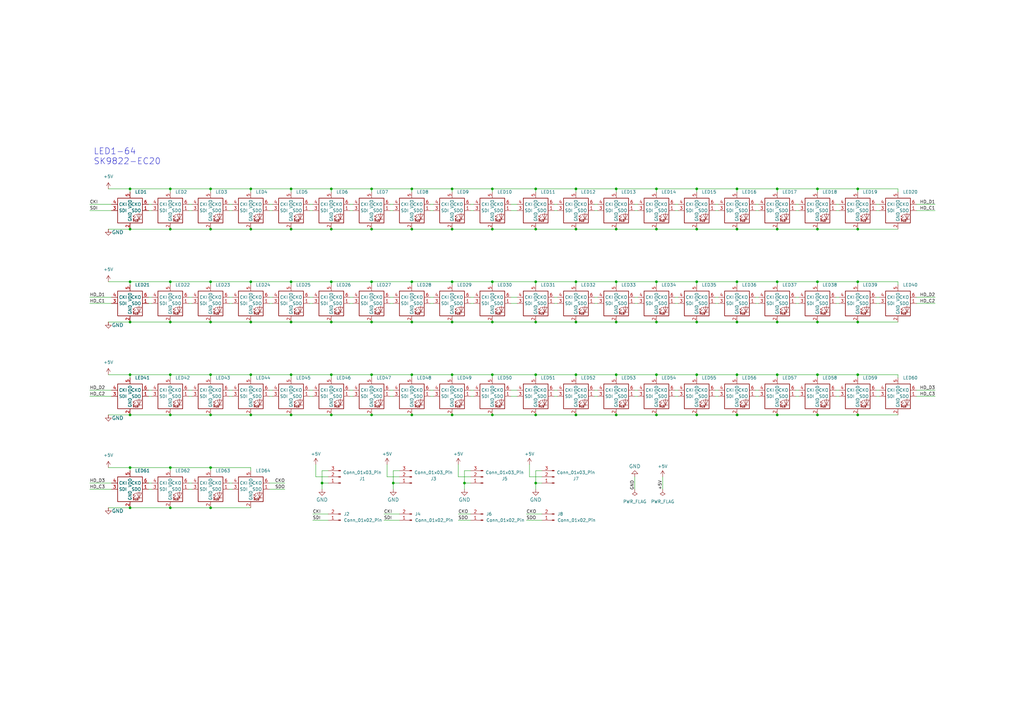
<source format=kicad_sch>
(kicad_sch (version 20231120) (generator "eeschema") (generator_version "8.0")
  (paper "A3")
  (title_block (title "matrix64-sk9822ec20") (company "LIGHTCAFE LAB"))
  (lib_symbols
    (symbol "001-common:GND" (power) (pin_names (offset 1.016))
      (property "Value" "GND" (at -1.905 -3.175 0))
      (symbol "GND_1_0"
        (polyline (pts (xy -1.27 0) (xy 1.27 0)))
        (polyline (pts (xy 0 -1.27) (xy -1.27 0)))
        (polyline (pts (xy 1.27 0) (xy 0 -1.27)))
        (pin power_in line (at 0 1.27 270) (length 1.27) (name "GND") (number "1"))
      )
    )
    (symbol "203-business-card:SK9822-EC20"
      (property "Reference" "LED" (at 5.08 5.715 0))
      (symbol "SK9822-EC20_0_0"
        (text "RGB" (at 2.286 -4.191 0) (effects (font (size 0.762 0.762))))
      )
      (symbol "SK9822-EC20_0_1"
        (polyline (pts (xy 1.27 -3.556) (xy 1.778 -3.556)))
        (polyline (pts (xy 1.27 -2.54) (xy 1.778 -2.54)))
        (polyline (pts (xy 4.699 -3.556) (xy 2.667 -3.556)))
        (polyline (pts (xy 2.286 -2.54) (xy 1.27 -3.556) (xy 1.27 -3.048)))
        (polyline (pts (xy 2.286 -1.524) (xy 1.27 -2.54) (xy 1.27 -2.032)))
        (polyline (pts (xy 3.683 -1.016) (xy 3.683 -3.556) (xy 3.683 -4.064)))
        (polyline (pts (xy 4.699 -1.524) (xy 2.667 -1.524) (xy 3.683 -3.556) (xy 4.699 -1.524)))
        (rectangle (start 5.08 5.08) (end -5.08 -5.08) (stroke (width 0.254)))
      )
      (symbol "SK9822-EC20_1_1"
        (pin output line (at 7.62 0 180) (length 2.54) (name "SDO") (number "1"))
        (pin power_in line (at 0 -7.62 90) (length 2.54) (name "GND") (number "2"))
        (pin input line (at -7.62 0 0) (length 2.54) (name "SDI") (number "3"))
        (pin input line (at -7.62 2.54 0) (length 2.54) (name "CKI") (number "4"))
        (pin power_in line (at 0 7.62 270) (length 2.54) (name "VDD") (number "5"))
        (pin output line (at 7.62 2.54 180) (length 2.54) (name "CKO") (number "6"))
      )
    )
    (symbol "Connector:Conn_01x02_Pin" (pin_names (offset 1.016) hide)
      (property "Reference" "J" (at 0 2.54 0))
      (property "Value" "Conn_01x02_Pin" (at 0 -5.08 0))
      (symbol "Conn_01x02_Pin_1_1"
        (polyline (pts (xy 1.27 -2.54) (xy 0.8636 -2.54)) (stroke (width 0.1524)))
        (polyline (pts (xy 1.27 0) (xy 0.8636 0)) (stroke (width 0.1524)))
        (rectangle (start 0.8636 -2.413) (end 0 -2.667) (stroke (width 0.1524)) (fill (type outline)))
        (rectangle (start 0.8636 0.127) (end 0 -0.127) (stroke (width 0.1524)) (fill (type outline)))
        (pin passive line (at 5.08 0 180) (length 3.81) (name "Pin_1") (number "1"))
        (pin passive line (at 5.08 -2.54 180) (length 3.81) (name "Pin_2") (number "2"))
      )
    )
    (symbol "Connector:Conn_01x03_Pin" (pin_names (offset 1.016) hide)
      (property "Reference" "J" (at 0 5.08 0))
      (property "Value" "Conn_01x03_Pin" (at 0 -5.08 0))
      (symbol "Conn_01x03_Pin_1_1"
        (polyline (pts (xy 1.27 -2.54) (xy 0.8636 -2.54)) (stroke (width 0.1524)))
        (polyline (pts (xy 1.27 0) (xy 0.8636 0)) (stroke (width 0.1524)))
        (polyline (pts (xy 1.27 2.54) (xy 0.8636 2.54)) (stroke (width 0.1524)))
        (rectangle (start 0.8636 -2.413) (end 0 -2.667) (stroke (width 0.1524)) (fill (type outline)))
        (rectangle (start 0.8636 0.127) (end 0 -0.127) (stroke (width 0.1524)) (fill (type outline)))
        (rectangle (start 0.8636 2.667) (end 0 2.413) (stroke (width 0.1524)) (fill (type outline)))
        (pin passive line (at 5.08 2.54 180) (length 3.81) (name "Pin_1") (number "1"))
        (pin passive line (at 5.08 0 180) (length 3.81) (name "Pin_2") (number "2"))
        (pin passive line (at 5.08 -2.54 180) (length 3.81) (name "Pin_3") (number "3"))
      )
    )
    (symbol "power:+5V" (power) (pin_names (offset 0))
      (property "Value" "+5V" (at 0 3.556 0))
      (symbol "+5V_0_1"
        (polyline (pts (xy -0.762 1.27) (xy 0 2.54)))
        (polyline (pts (xy 0 0) (xy 0 2.54)))
        (polyline (pts (xy 0 2.54) (xy 0.762 1.27)))
      )
      (symbol "+5V_1_1"
        (pin power_in line (at 0 0 90) (length 0) hide (name "+5V") (number "1"))
      )
    )
    (symbol "power:PWR_FLAG" (power) (pin_numbers hide) (pin_names (offset 0) hide)
      (property "Value" "PWR_FLAG" (at 0 3.81 0))
      (symbol "PWR_FLAG_0_0"
        (pin power_out line (at 0 0 90) (length 0) (name "~") (number "1"))
      )
      (symbol "PWR_FLAG_0_1"
        (polyline (pts (xy 0 0) (xy 0 1.27) (xy -1.016 1.905) (xy 0 2.54) (xy 1.016 1.905) (xy 0 1.27)))
      )
    )
  )
  (junction (at 152.4 77.47))
  (junction (at 135.89 93.98))
  (junction (at 132.08 198.12))
  (junction (at 86.36 208.28))
  (junction (at 168.91 153.67))
  (junction (at 285.75 170.18))
  (junction (at 53.34 115.57))
  (junction (at 69.85 77.47))
  (junction (at 351.79 93.98))
  (junction (at 168.91 77.47))
  (junction (at 252.73 77.47))
  (junction (at 201.93 93.98))
  (junction (at 69.85 191.77))
  (junction (at 302.26 153.67))
  (junction (at 269.24 132.08))
  (junction (at 252.73 93.98))
  (junction (at 236.22 170.18))
  (junction (at 190.5 198.12))
  (junction (at 53.34 132.08))
  (junction (at 102.87 77.47))
  (junction (at 285.75 115.57))
  (junction (at 152.4 93.98))
  (junction (at 285.75 77.47))
  (junction (at 269.24 115.57))
  (junction (at 252.73 170.18))
  (junction (at 69.85 115.57))
  (junction (at 53.34 191.77))
  (junction (at 135.89 115.57))
  (junction (at 86.36 191.77))
  (junction (at 318.77 132.08))
  (junction (at 119.38 77.47))
  (junction (at 351.79 77.47))
  (junction (at 102.87 170.18))
  (junction (at 219.71 198.12))
  (junction (at 351.79 170.18))
  (junction (at 318.77 115.57))
  (junction (at 86.36 170.18))
  (junction (at 236.22 77.47))
  (junction (at 201.93 77.47))
  (junction (at 285.75 132.08))
  (junction (at 219.71 77.47))
  (junction (at 269.24 93.98))
  (junction (at 53.34 208.28))
  (junction (at 269.24 153.67))
  (junction (at 185.42 132.08))
  (junction (at 86.36 132.08))
  (junction (at 168.91 115.57))
  (junction (at 236.22 115.57))
  (junction (at 236.22 93.98))
  (junction (at 102.87 132.08))
  (junction (at 318.77 153.67))
  (junction (at 119.38 170.18))
  (junction (at 102.87 153.67))
  (junction (at 53.34 77.47))
  (junction (at 219.71 132.08))
  (junction (at 302.26 77.47))
  (junction (at 53.34 93.98))
  (junction (at 185.42 153.67))
  (junction (at 201.93 115.57))
  (junction (at 102.87 115.57))
  (junction (at 152.4 132.08))
  (junction (at 269.24 77.47))
  (junction (at 152.4 170.18))
  (junction (at 86.36 115.57))
  (junction (at 53.34 170.18))
  (junction (at 152.4 115.57))
  (junction (at 69.85 93.98))
  (junction (at 335.28 170.18))
  (junction (at 219.71 93.98))
  (junction (at 252.73 153.67))
  (junction (at 219.71 153.67))
  (junction (at 335.28 93.98))
  (junction (at 236.22 153.67))
  (junction (at 318.77 93.98))
  (junction (at 185.42 77.47))
  (junction (at 135.89 132.08))
  (junction (at 69.85 170.18))
  (junction (at 335.28 153.67))
  (junction (at 201.93 153.67))
  (junction (at 119.38 153.67))
  (junction (at 152.4 153.67))
  (junction (at 302.26 170.18))
  (junction (at 135.89 170.18))
  (junction (at 53.34 153.67))
  (junction (at 86.36 153.67))
  (junction (at 201.93 132.08))
  (junction (at 252.73 132.08))
  (junction (at 135.89 153.67))
  (junction (at 219.71 115.57))
  (junction (at 135.89 77.47))
  (junction (at 236.22 132.08))
  (junction (at 168.91 170.18))
  (junction (at 285.75 153.67))
  (junction (at 119.38 132.08))
  (junction (at 102.87 93.98))
  (junction (at 269.24 170.18))
  (junction (at 351.79 115.57))
  (junction (at 69.85 132.08))
  (junction (at 302.26 132.08))
  (junction (at 318.77 170.18))
  (junction (at 351.79 132.08))
  (junction (at 351.79 153.67))
  (junction (at 69.85 153.67))
  (junction (at 185.42 93.98))
  (junction (at 168.91 132.08))
  (junction (at 335.28 132.08))
  (junction (at 168.91 93.98))
  (junction (at 185.42 115.57))
  (junction (at 201.93 170.18))
  (junction (at 86.36 93.98))
  (junction (at 285.75 93.98))
  (junction (at 302.26 93.98))
  (junction (at 86.36 77.47))
  (junction (at 69.85 208.28))
  (junction (at 219.71 170.18))
  (junction (at 119.38 115.57))
  (junction (at 185.42 170.18))
  (junction (at 318.77 77.47))
  (junction (at 119.38 93.98))
  (junction (at 161.29 198.12))
  (junction (at 252.73 115.57))
  (junction (at 335.28 115.57))
  (junction (at 335.28 77.47))
  (junction (at 302.26 115.57))
  (wire (pts (xy 158.75 190.5) (xy 158.75 195.58)))
  (wire (pts (xy 302.26 116.84) (xy 302.26 115.57)))
  (wire (pts (xy 375.92 160.02) (xy 383.54 160.02)))
  (wire (pts (xy 132.08 198.12) (xy 132.08 200.66)))
  (wire (pts (xy 86.36 93.98) (xy 102.87 93.98)))
  (wire (pts (xy 193.04 193.04) (xy 190.5 193.04)))
  (wire (pts (xy 318.77 153.67) (xy 335.28 153.67)))
  (wire (pts (xy 69.85 78.74) (xy 69.85 77.47)))
  (wire (pts (xy 335.28 154.94) (xy 335.28 153.67)))
  (wire (pts (xy 293.37 162.56) (xy 294.64 162.56)))
  (wire (pts (xy 110.49 198.12) (xy 116.84 198.12)))
  (wire (pts (xy 227.33 86.36) (xy 228.6 86.36)))
  (wire (pts (xy 119.38 116.84) (xy 119.38 115.57)))
  (wire (pts (xy 260.35 160.02) (xy 261.62 160.02)))
  (wire (pts (xy 318.77 77.47) (xy 335.28 77.47)))
  (wire (pts (xy 60.96 86.36) (xy 62.23 86.36)))
  (wire (pts (xy 86.36 132.08) (xy 102.87 132.08)))
  (wire (pts (xy 160.02 83.82) (xy 161.29 83.82)))
  (wire (pts (xy 285.75 116.84) (xy 285.75 115.57)))
  (wire (pts (xy 219.71 198.12) (xy 219.71 200.66)))
  (wire (pts (xy 318.77 170.18) (xy 335.28 170.18)))
  (wire (pts (xy 252.73 93.98) (xy 269.24 93.98)))
  (wire (pts (xy 302.26 93.98) (xy 318.77 93.98)))
  (wire (pts (xy 217.17 190.5) (xy 217.17 195.58)))
  (wire (pts (xy 135.89 170.18) (xy 152.4 170.18)))
  (wire (pts (xy 193.04 210.82) (xy 187.96 210.82)))
  (wire (pts (xy 351.79 78.74) (xy 351.79 77.47)))
  (wire (pts (xy 302.26 77.47) (xy 318.77 77.47)))
  (wire (pts (xy 193.04 162.56) (xy 194.31 162.56)))
  (wire (pts (xy 135.89 115.57) (xy 152.4 115.57)))
  (wire (pts (xy 53.34 77.47) (xy 69.85 77.47)))
  (wire (pts (xy 260.35 86.36) (xy 261.62 86.36)))
  (wire (pts (xy 93.98 162.56) (xy 95.25 162.56)))
  (wire (pts (xy 252.73 78.74) (xy 252.73 77.47)))
  (wire (pts (xy 342.9 121.92) (xy 344.17 121.92)))
  (wire (pts (xy 335.28 115.57) (xy 351.79 115.57)))
  (wire (pts (xy 285.75 78.74) (xy 285.75 77.47)))
  (wire (pts (xy 236.22 93.98) (xy 252.73 93.98)))
  (wire (pts (xy 285.75 115.57) (xy 302.26 115.57)))
  (wire (pts (xy 302.26 154.94) (xy 302.26 153.67)))
  (wire (pts (xy 119.38 154.94) (xy 119.38 153.67)))
  (wire (pts (xy 60.96 121.92) (xy 62.23 121.92)))
  (wire (pts (xy 193.04 213.36) (xy 187.96 213.36)))
  (wire (pts (xy 193.04 124.46) (xy 194.31 124.46)))
  (wire (pts (xy 163.83 210.82) (xy 157.48 210.82)))
  (wire (pts (xy 185.42 115.57) (xy 201.93 115.57)))
  (wire (pts (xy 219.71 116.84) (xy 219.71 115.57)))
  (wire (pts (xy 302.26 115.57) (xy 318.77 115.57)))
  (wire (pts (xy 77.47 198.12) (xy 78.74 198.12)))
  (wire (pts (xy 359.41 160.02) (xy 360.68 160.02)))
  (wire (pts (xy 326.39 160.02) (xy 327.66 160.02)))
  (wire (pts (xy 102.87 116.84) (xy 102.87 115.57)))
  (wire (pts (xy 219.71 154.94) (xy 219.71 153.67)))
  (wire (pts (xy 187.96 190.5) (xy 187.96 195.58)))
  (wire (pts (xy 127 86.36) (xy 128.27 86.36)))
  (wire (pts (xy 293.37 160.02) (xy 294.64 160.02)))
  (wire (pts (xy 53.34 93.98) (xy 69.85 93.98)))
  (wire (pts (xy 143.51 86.36) (xy 144.78 86.36)))
  (wire (pts (xy 219.71 77.47) (xy 236.22 77.47)))
  (wire (pts (xy 342.9 160.02) (xy 344.17 160.02)))
  (wire (pts (xy 110.49 83.82) (xy 111.76 83.82)))
  (wire (pts (xy 135.89 116.84) (xy 135.89 115.57)))
  (wire (pts (xy 368.3 116.84) (xy 368.3 115.57)))
  (wire (pts (xy 163.83 213.36) (xy 157.48 213.36)))
  (wire (pts (xy 351.79 154.94) (xy 351.79 153.67)))
  (wire (pts (xy 260.35 195.58) (xy 260.35 200.66)))
  (wire (pts (xy 45.72 83.82) (xy 36.83 83.82)))
  (wire (pts (xy 134.62 210.82) (xy 128.27 210.82)))
  (wire (pts (xy 318.77 115.57) (xy 335.28 115.57)))
  (wire (pts (xy 236.22 116.84) (xy 236.22 115.57)))
  (wire (pts (xy 36.83 162.56) (xy 45.72 162.56)))
  (wire (pts (xy 119.38 170.18) (xy 135.89 170.18)))
  (wire (pts (xy 69.85 191.77) (xy 86.36 191.77)))
  (wire (pts (xy 236.22 132.08) (xy 252.73 132.08)))
  (wire (pts (xy 176.53 162.56) (xy 177.8 162.56)))
  (wire (pts (xy 160.02 160.02) (xy 161.29 160.02)))
  (wire (pts (xy 326.39 121.92) (xy 327.66 121.92)))
  (wire (pts (xy 269.24 132.08) (xy 285.75 132.08)))
  (wire (pts (xy 351.79 77.47) (xy 368.3 77.47)))
  (wire (pts (xy 219.71 153.67) (xy 236.22 153.67)))
  (wire (pts (xy 135.89 154.94) (xy 135.89 153.67)))
  (wire (pts (xy 69.85 77.47) (xy 86.36 77.47)))
  (wire (pts (xy 176.53 121.92) (xy 177.8 121.92)))
  (wire (pts (xy 209.55 160.02) (xy 212.09 160.02)))
  (wire (pts (xy 219.71 115.57) (xy 236.22 115.57)))
  (wire (pts (xy 77.47 86.36) (xy 78.74 86.36)))
  (wire (pts (xy 176.53 86.36) (xy 177.8 86.36)))
  (wire (pts (xy 209.55 83.82) (xy 212.09 83.82)))
  (wire (pts (xy 318.77 154.94) (xy 318.77 153.67)))
  (wire (pts (xy 260.35 121.92) (xy 261.62 121.92)))
  (wire (pts (xy 293.37 124.46) (xy 294.64 124.46)))
  (wire (pts (xy 119.38 77.47) (xy 135.89 77.47)))
  (wire (pts (xy 359.41 83.82) (xy 360.68 83.82)))
  (wire (pts (xy 152.4 153.67) (xy 168.91 153.67)))
  (wire (pts (xy 152.4 77.47) (xy 168.91 77.47)))
  (wire (pts (xy 110.49 162.56) (xy 111.76 162.56)))
  (wire (pts (xy 135.89 93.98) (xy 152.4 93.98)))
  (wire (pts (xy 53.34 193.04) (xy 53.34 191.77)))
  (wire (pts (xy 185.42 153.67) (xy 201.93 153.67)))
  (wire (pts (xy 86.36 193.04) (xy 86.36 191.77)))
  (wire (pts (xy 135.89 153.67) (xy 152.4 153.67)))
  (wire (pts (xy 302.26 78.74) (xy 302.26 77.47)))
  (wire (pts (xy 102.87 93.98) (xy 119.38 93.98)))
  (wire (pts (xy 152.4 93.98) (xy 168.91 93.98)))
  (wire (pts (xy 236.22 115.57) (xy 252.73 115.57)))
  (wire (pts (xy 236.22 78.74) (xy 236.22 77.47)))
  (wire (pts (xy 209.55 86.36) (xy 212.09 86.36)))
  (wire (pts (xy 143.51 124.46) (xy 144.78 124.46)))
  (wire (pts (xy 269.24 93.98) (xy 285.75 93.98)))
  (wire (pts (xy 285.75 132.08) (xy 302.26 132.08)))
  (wire (pts (xy 243.84 83.82) (xy 245.11 83.82)))
  (wire (pts (xy 53.34 132.08) (xy 69.85 132.08)))
  (wire (pts (xy 36.83 121.92) (xy 45.72 121.92)))
  (wire (pts (xy 77.47 124.46) (xy 78.74 124.46)))
  (wire (pts (xy 368.3 154.94) (xy 368.3 153.67)))
  (wire (pts (xy 236.22 154.94) (xy 236.22 153.67)))
  (wire (pts (xy 93.98 83.82) (xy 95.25 83.82)))
  (wire (pts (xy 193.04 121.92) (xy 194.31 121.92)))
  (wire (pts (xy 53.34 115.57) (xy 69.85 115.57)))
  (wire (pts (xy 53.34 116.84) (xy 53.34 115.57)))
  (wire (pts (xy 276.86 86.36) (xy 278.13 86.36)))
  (wire (pts (xy 285.75 153.67) (xy 302.26 153.67)))
  (wire (pts (xy 69.85 193.04) (xy 69.85 191.77)))
  (wire (pts (xy 102.87 132.08) (xy 119.38 132.08)))
  (wire (pts (xy 269.24 115.57) (xy 285.75 115.57)))
  (wire (pts (xy 93.98 86.36) (xy 95.25 86.36)))
  (wire (pts (xy 285.75 154.94) (xy 285.75 153.67)))
  (wire (pts (xy 201.93 115.57) (xy 219.71 115.57)))
  (wire (pts (xy 252.73 77.47) (xy 269.24 77.47)))
  (wire (pts (xy 318.77 116.84) (xy 318.77 115.57)))
  (wire (pts (xy 243.84 124.46) (xy 245.11 124.46)))
  (wire (pts (xy 132.08 198.12) (xy 134.62 198.12)))
  (wire (pts (xy 152.4 132.08) (xy 168.91 132.08)))
  (wire (pts (xy 86.36 116.84) (xy 86.36 115.57)))
  (wire (pts (xy 190.5 193.04) (xy 190.5 198.12)))
  (wire (pts (xy 201.93 116.84) (xy 201.93 115.57)))
  (wire (pts (xy 44.45 132.08) (xy 53.34 132.08)))
  (wire (pts (xy 102.87 77.47) (xy 119.38 77.47)))
  (wire (pts (xy 168.91 93.98) (xy 185.42 93.98)))
  (wire (pts (xy 102.87 154.94) (xy 102.87 153.67)))
  (wire (pts (xy 276.86 160.02) (xy 278.13 160.02)))
  (wire (pts (xy 302.26 170.18) (xy 318.77 170.18)))
  (wire (pts (xy 243.84 121.92) (xy 245.11 121.92)))
  (wire (pts (xy 119.38 153.67) (xy 135.89 153.67)))
  (wire (pts (xy 160.02 162.56) (xy 161.29 162.56)))
  (wire (pts (xy 285.75 170.18) (xy 302.26 170.18)))
  (wire (pts (xy 143.51 160.02) (xy 144.78 160.02)))
  (wire (pts (xy 86.36 191.77) (xy 102.87 191.77)))
  (wire (pts (xy 119.38 115.57) (xy 135.89 115.57)))
  (wire (pts (xy 342.9 86.36) (xy 344.17 86.36)))
  (wire (pts (xy 222.25 195.58) (xy 217.17 195.58)))
  (wire (pts (xy 293.37 121.92) (xy 294.64 121.92)))
  (wire (pts (xy 309.88 160.02) (xy 311.15 160.02)))
  (wire (pts (xy 318.77 78.74) (xy 318.77 77.47)))
  (wire (pts (xy 222.25 213.36) (xy 215.9 213.36)))
  (wire (pts (xy 302.26 153.67) (xy 318.77 153.67)))
  (wire (pts (xy 168.91 153.67) (xy 185.42 153.67)))
  (wire (pts (xy 342.9 162.56) (xy 344.17 162.56)))
  (wire (pts (xy 152.4 78.74) (xy 152.4 77.47)))
  (wire (pts (xy 69.85 115.57) (xy 86.36 115.57)))
  (wire (pts (xy 219.71 193.04) (xy 219.71 198.12)))
  (wire (pts (xy 168.91 78.74) (xy 168.91 77.47)))
  (wire (pts (xy 69.85 154.94) (xy 69.85 153.67)))
  (wire (pts (xy 209.55 121.92) (xy 212.09 121.92)))
  (wire (pts (xy 309.88 83.82) (xy 311.15 83.82)))
  (wire (pts (xy 134.62 213.36) (xy 128.27 213.36)))
  (wire (pts (xy 168.91 115.57) (xy 185.42 115.57)))
  (wire (pts (xy 201.93 93.98) (xy 219.71 93.98)))
  (wire (pts (xy 209.55 162.56) (xy 212.09 162.56)))
  (wire (pts (xy 276.86 162.56) (xy 278.13 162.56)))
  (wire (pts (xy 93.98 121.92) (xy 95.25 121.92)))
  (wire (pts (xy 44.45 208.28) (xy 53.34 208.28)))
  (wire (pts (xy 60.96 83.82) (xy 62.23 83.82)))
  (wire (pts (xy 335.28 153.67) (xy 351.79 153.67)))
  (wire (pts (xy 227.33 124.46) (xy 228.6 124.46)))
  (wire (pts (xy 119.38 78.74) (xy 119.38 77.47)))
  (wire (pts (xy 93.98 200.66) (xy 95.25 200.66)))
  (wire (pts (xy 45.72 86.36) (xy 36.83 86.36)))
  (wire (pts (xy 135.89 132.08) (xy 152.4 132.08)))
  (wire (pts (xy 160.02 124.46) (xy 161.29 124.46)))
  (wire (pts (xy 152.4 116.84) (xy 152.4 115.57)))
  (wire (pts (xy 102.87 153.67) (xy 119.38 153.67)))
  (wire (pts (xy 86.36 78.74) (xy 86.36 77.47)))
  (wire (pts (xy 69.85 132.08) (xy 86.36 132.08)))
  (wire (pts (xy 127 162.56) (xy 128.27 162.56)))
  (wire (pts (xy 44.45 153.67) (xy 53.34 153.67)))
  (wire (pts (xy 335.28 78.74) (xy 335.28 77.47)))
  (wire (pts (xy 351.79 115.57) (xy 368.3 115.57)))
  (wire (pts (xy 44.45 93.98) (xy 53.34 93.98)))
  (wire (pts (xy 134.62 195.58) (xy 129.54 195.58)))
  (wire (pts (xy 93.98 160.02) (xy 95.25 160.02)))
  (wire (pts (xy 127 83.82) (xy 128.27 83.82)))
  (wire (pts (xy 201.93 154.94) (xy 201.93 153.67)))
  (wire (pts (xy 135.89 77.47) (xy 152.4 77.47)))
  (wire (pts (xy 53.34 153.67) (xy 69.85 153.67)))
  (wire (pts (xy 326.39 162.56) (xy 327.66 162.56)))
  (wire (pts (xy 110.49 200.66) (xy 116.84 200.66)))
  (wire (pts (xy 193.04 83.82) (xy 194.31 83.82)))
  (wire (pts (xy 276.86 124.46) (xy 278.13 124.46)))
  (wire (pts (xy 326.39 83.82) (xy 327.66 83.82)))
  (wire (pts (xy 201.93 77.47) (xy 219.71 77.47)))
  (wire (pts (xy 201.93 170.18) (xy 219.71 170.18)))
  (wire (pts (xy 60.96 198.12) (xy 62.23 198.12)))
  (wire (pts (xy 375.92 124.46) (xy 383.54 124.46)))
  (wire (pts (xy 293.37 83.82) (xy 294.64 83.82)))
  (wire (pts (xy 209.55 124.46) (xy 212.09 124.46)))
  (wire (pts (xy 127 124.46) (xy 128.27 124.46)))
  (wire (pts (xy 160.02 121.92) (xy 161.29 121.92)))
  (wire (pts (xy 243.84 86.36) (xy 245.11 86.36)))
  (wire (pts (xy 326.39 124.46) (xy 327.66 124.46)))
  (wire (pts (xy 44.45 170.18) (xy 53.34 170.18)))
  (wire (pts (xy 190.5 198.12) (xy 193.04 198.12)))
  (wire (pts (xy 110.49 121.92) (xy 111.76 121.92)))
  (wire (pts (xy 252.73 116.84) (xy 252.73 115.57)))
  (wire (pts (xy 335.28 116.84) (xy 335.28 115.57)))
  (wire (pts (xy 129.54 190.5) (xy 129.54 195.58)))
  (wire (pts (xy 227.33 83.82) (xy 228.6 83.82)))
  (wire (pts (xy 176.53 160.02) (xy 177.8 160.02)))
  (wire (pts (xy 60.96 160.02) (xy 62.23 160.02)))
  (wire (pts (xy 335.28 77.47) (xy 351.79 77.47)))
  (wire (pts (xy 359.41 86.36) (xy 360.68 86.36)))
  (wire (pts (xy 60.96 124.46) (xy 62.23 124.46)))
  (wire (pts (xy 176.53 83.82) (xy 177.8 83.82)))
  (wire (pts (xy 351.79 93.98) (xy 368.3 93.98)))
  (wire (pts (xy 219.71 170.18) (xy 236.22 170.18)))
  (wire (pts (xy 201.93 153.67) (xy 219.71 153.67)))
  (wire (pts (xy 219.71 198.12) (xy 222.25 198.12)))
  (wire (pts (xy 36.83 160.02) (xy 45.72 160.02)))
  (wire (pts (xy 269.24 153.67) (xy 285.75 153.67)))
  (wire (pts (xy 185.42 132.08) (xy 201.93 132.08)))
  (wire (pts (xy 77.47 162.56) (xy 78.74 162.56)))
  (wire (pts (xy 276.86 83.82) (xy 278.13 83.82)))
  (wire (pts (xy 135.89 78.74) (xy 135.89 77.47)))
  (wire (pts (xy 127 121.92) (xy 128.27 121.92)))
  (wire (pts (xy 119.38 132.08) (xy 135.89 132.08)))
  (wire (pts (xy 110.49 124.46) (xy 111.76 124.46)))
  (wire (pts (xy 269.24 77.47) (xy 285.75 77.47)))
  (wire (pts (xy 243.84 160.02) (xy 245.11 160.02)))
  (wire (pts (xy 375.92 121.92) (xy 383.54 121.92)))
  (wire (pts (xy 236.22 77.47) (xy 252.73 77.47)))
  (wire (pts (xy 60.96 162.56) (xy 62.23 162.56)))
  (wire (pts (xy 227.33 160.02) (xy 228.6 160.02)))
  (wire (pts (xy 326.39 86.36) (xy 327.66 86.36)))
  (wire (pts (xy 201.93 132.08) (xy 219.71 132.08)))
  (wire (pts (xy 93.98 124.46) (xy 95.25 124.46)))
  (wire (pts (xy 86.36 115.57) (xy 102.87 115.57)))
  (wire (pts (xy 69.85 153.67) (xy 86.36 153.67)))
  (wire (pts (xy 185.42 116.84) (xy 185.42 115.57)))
  (wire (pts (xy 86.36 153.67) (xy 102.87 153.67)))
  (wire (pts (xy 152.4 154.94) (xy 152.4 153.67)))
  (wire (pts (xy 161.29 193.04) (xy 161.29 198.12)))
  (wire (pts (xy 163.83 195.58) (xy 158.75 195.58)))
  (wire (pts (xy 359.41 121.92) (xy 360.68 121.92)))
  (wire (pts (xy 260.35 162.56) (xy 261.62 162.56)))
  (wire (pts (xy 53.34 191.77) (xy 69.85 191.77)))
  (wire (pts (xy 44.45 115.57) (xy 53.34 115.57)))
  (wire (pts (xy 185.42 78.74) (xy 185.42 77.47)))
  (wire (pts (xy 342.9 124.46) (xy 344.17 124.46)))
  (wire (pts (xy 36.83 200.66) (xy 45.72 200.66)))
  (wire (pts (xy 252.73 115.57) (xy 269.24 115.57)))
  (wire (pts (xy 335.28 170.18) (xy 351.79 170.18)))
  (wire (pts (xy 143.51 83.82) (xy 144.78 83.82)))
  (wire (pts (xy 193.04 86.36) (xy 194.31 86.36)))
  (wire (pts (xy 60.96 200.66) (xy 62.23 200.66)))
  (wire (pts (xy 219.71 78.74) (xy 219.71 77.47)))
  (wire (pts (xy 77.47 121.92) (xy 78.74 121.92)))
  (wire (pts (xy 102.87 78.74) (xy 102.87 77.47)))
  (wire (pts (xy 102.87 193.04) (xy 102.87 191.77)))
  (wire (pts (xy 86.36 154.94) (xy 86.36 153.67)))
  (wire (pts (xy 185.42 170.18) (xy 201.93 170.18)))
  (wire (pts (xy 132.08 193.04) (xy 132.08 198.12)))
  (wire (pts (xy 260.35 83.82) (xy 261.62 83.82)))
  (wire (pts (xy 269.24 78.74) (xy 269.24 77.47)))
  (wire (pts (xy 351.79 116.84) (xy 351.79 115.57)))
  (wire (pts (xy 351.79 132.08) (xy 368.3 132.08)))
  (wire (pts (xy 119.38 93.98) (xy 135.89 93.98)))
  (wire (pts (xy 69.85 116.84) (xy 69.85 115.57)))
  (wire (pts (xy 110.49 86.36) (xy 111.76 86.36)))
  (wire (pts (xy 152.4 115.57) (xy 168.91 115.57)))
  (wire (pts (xy 342.9 83.82) (xy 344.17 83.82)))
  (wire (pts (xy 318.77 93.98) (xy 335.28 93.98)))
  (wire (pts (xy 293.37 86.36) (xy 294.64 86.36)))
  (wire (pts (xy 53.34 78.74) (xy 53.34 77.47)))
  (wire (pts (xy 110.49 160.02) (xy 111.76 160.02)))
  (wire (pts (xy 143.51 121.92) (xy 144.78 121.92)))
  (wire (pts (xy 285.75 77.47) (xy 302.26 77.47)))
  (wire (pts (xy 271.78 195.58) (xy 271.78 200.66)))
  (wire (pts (xy 36.83 124.46) (xy 45.72 124.46)))
  (wire (pts (xy 168.91 154.94) (xy 168.91 153.67)))
  (wire (pts (xy 102.87 170.18) (xy 119.38 170.18)))
  (wire (pts (xy 269.24 154.94) (xy 269.24 153.67)))
  (wire (pts (xy 77.47 160.02) (xy 78.74 160.02)))
  (wire (pts (xy 368.3 78.74) (xy 368.3 77.47)))
  (wire (pts (xy 185.42 93.98) (xy 201.93 93.98)))
  (wire (pts (xy 222.25 210.82) (xy 215.9 210.82)))
  (wire (pts (xy 219.71 132.08) (xy 236.22 132.08)))
  (wire (pts (xy 168.91 170.18) (xy 185.42 170.18)))
  (wire (pts (xy 36.83 198.12) (xy 45.72 198.12)))
  (wire (pts (xy 236.22 153.67) (xy 252.73 153.67)))
  (wire (pts (xy 53.34 170.18) (xy 69.85 170.18)))
  (wire (pts (xy 276.86 121.92) (xy 278.13 121.92)))
  (wire (pts (xy 134.62 193.04) (xy 132.08 193.04)))
  (wire (pts (xy 252.73 132.08) (xy 269.24 132.08)))
  (wire (pts (xy 185.42 77.47) (xy 201.93 77.47)))
  (wire (pts (xy 309.88 124.46) (xy 311.15 124.46)))
  (wire (pts (xy 77.47 83.82) (xy 78.74 83.82)))
  (wire (pts (xy 44.45 77.47) (xy 53.34 77.47)))
  (wire (pts (xy 359.41 124.46) (xy 360.68 124.46)))
  (wire (pts (xy 375.92 86.36) (xy 383.54 86.36)))
  (wire (pts (xy 309.88 86.36) (xy 311.15 86.36)))
  (wire (pts (xy 185.42 154.94) (xy 185.42 153.67)))
  (wire (pts (xy 168.91 77.47) (xy 185.42 77.47)))
  (wire (pts (xy 163.83 193.04) (xy 161.29 193.04)))
  (wire (pts (xy 309.88 121.92) (xy 311.15 121.92)))
  (wire (pts (xy 86.36 77.47) (xy 102.87 77.47)))
  (wire (pts (xy 252.73 153.67) (xy 269.24 153.67)))
  (wire (pts (xy 69.85 170.18) (xy 86.36 170.18)))
  (wire (pts (xy 53.34 154.94) (xy 53.34 153.67)))
  (wire (pts (xy 161.29 198.12) (xy 161.29 200.66)))
  (wire (pts (xy 375.92 83.82) (xy 383.54 83.82)))
  (wire (pts (xy 252.73 154.94) (xy 252.73 153.67)))
  (wire (pts (xy 161.29 198.12) (xy 163.83 198.12)))
  (wire (pts (xy 193.04 195.58) (xy 187.96 195.58)))
  (wire (pts (xy 193.04 160.02) (xy 194.31 160.02)))
  (wire (pts (xy 53.34 208.28) (xy 69.85 208.28)))
  (wire (pts (xy 285.75 93.98) (xy 302.26 93.98)))
  (wire (pts (xy 219.71 93.98) (xy 236.22 93.98)))
  (wire (pts (xy 260.35 124.46) (xy 261.62 124.46)))
  (wire (pts (xy 309.88 162.56) (xy 311.15 162.56)))
  (wire (pts (xy 86.36 208.28) (xy 102.87 208.28)))
  (wire (pts (xy 222.25 193.04) (xy 219.71 193.04)))
  (wire (pts (xy 143.51 162.56) (xy 144.78 162.56)))
  (wire (pts (xy 243.84 162.56) (xy 245.11 162.56)))
  (wire (pts (xy 86.36 170.18) (xy 102.87 170.18)))
  (wire (pts (xy 201.93 78.74) (xy 201.93 77.47)))
  (wire (pts (xy 69.85 93.98) (xy 86.36 93.98)))
  (wire (pts (xy 152.4 170.18) (xy 168.91 170.18)))
  (wire (pts (xy 302.26 132.08) (xy 318.77 132.08)))
  (wire (pts (xy 102.87 115.57) (xy 119.38 115.57)))
  (wire (pts (xy 176.53 124.46) (xy 177.8 124.46)))
  (wire (pts (xy 77.47 200.66) (xy 78.74 200.66)))
  (wire (pts (xy 375.92 162.56) (xy 383.54 162.56)))
  (wire (pts (xy 190.5 198.12) (xy 190.5 200.66)))
  (wire (pts (xy 335.28 93.98) (xy 351.79 93.98)))
  (wire (pts (xy 236.22 170.18) (xy 252.73 170.18)))
  (wire (pts (xy 168.91 132.08) (xy 185.42 132.08)))
  (wire (pts (xy 168.91 116.84) (xy 168.91 115.57)))
  (wire (pts (xy 351.79 170.18) (xy 368.3 170.18)))
  (wire (pts (xy 318.77 132.08) (xy 335.28 132.08)))
  (wire (pts (xy 160.02 86.36) (xy 161.29 86.36)))
  (wire (pts (xy 335.28 132.08) (xy 351.79 132.08)))
  (wire (pts (xy 227.33 121.92) (xy 228.6 121.92)))
  (wire (pts (xy 269.24 116.84) (xy 269.24 115.57)))
  (wire (pts (xy 93.98 198.12) (xy 95.25 198.12)))
  (wire (pts (xy 252.73 170.18) (xy 269.24 170.18)))
  (wire (pts (xy 269.24 170.18) (xy 285.75 170.18)))
  (wire (pts (xy 127 160.02) (xy 128.27 160.02)))
  (wire (pts (xy 359.41 162.56) (xy 360.68 162.56)))
  (wire (pts (xy 44.45 191.77) (xy 53.34 191.77)))
  (wire (pts (xy 227.33 162.56) (xy 228.6 162.56)))
  (wire (pts (xy 69.85 208.28) (xy 86.36 208.28)))
  (wire (pts (xy 351.79 153.67) (xy 368.3 153.67)))
  (text "LED1-64\nSK9822-EC20" (at 38.354 64.262 0) (effects (font (size 2.54 2.54)) (justify left)))
  (label "SDO" (at 215.9 213.36 0))
  (label "SDO" (at 187.96 213.36 0))
  (label "+5V" (at 271.78 196.85 270))
  (label "SDI" (at 157.48 213.36 0))
  (label "CKO" (at 187.96 210.82 0))
  (label "CKI" (at 157.48 210.82 0))
  (label "CKO" (at 116.84 198.12 180))
  (label "HD_C3" (at 383.54 162.56 180))
  (label "HD_C1" (at 36.83 124.46 0))
  (label "HD_D3" (at 383.54 160.02 180))
  (label "CKI" (at 128.27 210.82 0))
  (label "HD_C1" (at 383.54 86.36 180))
  (label "HD_C2" (at 36.83 162.56 0))
  (label "HD_D2" (at 383.54 121.92 180))
  (label "SDO" (at 116.84 200.66 180))
  (label "HD_D3" (at 36.83 198.12 0))
  (label "HD_C3" (at 36.83 200.66 0))
  (label "CKO" (at 215.9 210.82 0))
  (label "HD_D1" (at 383.54 83.82 180))
  (label "CKI" (at 36.83 83.82 0))
  (label "HD_C2" (at 383.54 124.46 180))
  (label "SDI" (at 128.27 213.36 0))
  (label "GND" (at 260.35 196.85 270))
  (label "HD_D1" (at 36.83 121.92 0))
  (label "SDI" (at 36.83 86.36 0))
  (label "HD_D2" (at 36.83 160.02 0))
  (symbol (lib_id "203-business-card:SK9822-EC20") (at 119.38 86.36 0) (unit 1)
    (property "Reference" "LED5" (at 121.3994 78.74 0) (effects (justify left)))
    (property "Value" "SK9822-EC20" (effects (hide yes)))
    (property "Footprint" "00-lclab:SK9822-EC20" (effects (hide yes)))
  )
  (symbol (lib_id "203-business-card:SK9822-EC20") (at 102.87 86.36 0) (unit 1)
    (property "Reference" "LED4" (at 104.8894 78.74 0) (effects (justify left)))
    (property "Value" "SK9822-EC20" (effects (hide yes)))
    (property "Footprint" "00-lclab:SK9822-EC20" (effects (hide yes)))
  )
  (symbol (lib_id "203-business-card:SK9822-EC20") (at 335.28 162.56 0) (unit 1)
    (property "Reference" "LED58" (at 337.2994 154.94 0) (effects (justify left)))
    (property "Value" "SK9822-EC20" (effects (hide yes)))
    (property "Footprint" "00-lclab:SK9822-EC20" (effects (hide yes)))
  )
  (symbol (lib_id "203-business-card:SK9822-EC20") (at 269.24 162.56 0) (unit 1)
    (property "Reference" "LED54" (at 271.2594 154.94 0) (effects (justify left)))
    (property "Value" "SK9822-EC20" (effects (hide yes)))
    (property "Footprint" "00-lclab:SK9822-EC20" (effects (hide yes)))
  )
  (symbol (lib_id "203-business-card:SK9822-EC20") (at 335.28 86.36 0) (unit 1)
    (property "Reference" "LED18" (at 337.2994 78.74 0) (effects (justify left)))
    (property "Value" "SK9822-EC20" (effects (hide yes)))
    (property "Footprint" "00-lclab:SK9822-EC20" (effects (hide yes)))
  )
  (symbol (lib_id "Connector:Conn_01x03_Pin") (at 139.7 195.58 180) (unit 1)
    (property "Reference" "J1" (at 148.59 196.342 0))
    (property "Value" "Conn_01x03_Pin" (at 148.59 193.802 0))
    (property "Footprint" "00-lclab:1×03_castell_power" (effects (hide yes)))
    (property "Description" "Generic connector, single row, 01x03, script generated" (effects (hide yes)))
  )
  (symbol (lib_id "203-business-card:SK9822-EC20") (at 185.42 162.56 0) (unit 1)
    (property "Reference" "LED49" (at 187.4394 154.94 0) (effects (justify left)))
    (property "Value" "SK9822-EC20" (effects (hide yes)))
    (property "Footprint" "00-lclab:SK9822-EC20" (effects (hide yes)))
  )
  (symbol (lib_id "203-business-card:SK9822-EC20") (at 102.87 200.66 0) (unit 1)
    (property "Reference" "LED64" (at 104.8894 193.04 0) (effects (justify left)))
    (property "Value" "SK9822-EC20" (effects (hide yes)))
    (property "Footprint" "00-lclab:SK9822-EC20" (effects (hide yes)))
  )
  (symbol (lib_id "203-business-card:SK9822-EC20") (at 236.22 124.46 0) (unit 1)
    (property "Reference" "LED32" (at 238.2394 116.84 0) (effects (justify left)))
    (property "Value" "SK9822-EC20" (effects (hide yes)))
    (property "Footprint" "00-lclab:SK9822-EC20" (effects (hide yes)))
  )
  (symbol (lib_id "203-business-card:SK9822-EC20") (at 69.85 124.46 0) (unit 1)
    (property "Reference" "LED22" (at 71.8694 116.84 0) (effects (justify left)))
    (property "Value" "SK9822-EC20" (effects (hide yes)))
    (property "Footprint" "00-lclab:SK9822-EC20" (effects (hide yes)))
  )
  (symbol (lib_id "203-business-card:SK9822-EC20") (at 53.34 200.66 0) (unit 1)
    (property "Reference" "LED61" (at 55.3594 193.04 0) (effects (justify left)))
    (property "Value" "SK9822-EC20" (effects (hide yes)))
    (property "Footprint" "00-lclab:SK9822-EC20" (effects (hide yes)))
  )
  (symbol (lib_id "001-common:GND") (at 132.08 201.93 0) (unit 1)
    (property "Reference" "#SUPPLY06" (effects (hide yes)))
    (property "Value" "GND" (at 132.08 204.978 0) (effects (font (size 1.4986 1.4986))))
  )
  (symbol (lib_id "203-business-card:SK9822-EC20") (at 285.75 86.36 0) (unit 1)
    (property "Reference" "LED15" (at 287.7694 78.74 0) (effects (justify left)))
    (property "Value" "SK9822-EC20" (effects (hide yes)))
    (property "Footprint" "00-lclab:SK9822-EC20" (effects (hide yes)))
  )
  (symbol (lib_id "203-business-card:SK9822-EC20") (at 219.71 124.46 0) (unit 1)
    (property "Reference" "LED31" (at 221.7294 116.84 0) (effects (justify left)))
    (property "Value" "SK9822-EC20" (effects (hide yes)))
    (property "Footprint" "00-lclab:SK9822-EC20" (effects (hide yes)))
  )
  (symbol (lib_id "203-business-card:SK9822-EC20") (at 368.3 162.56 0) (unit 1)
    (property "Reference" "LED60" (at 370.3194 154.94 0) (effects (justify left)))
    (property "Value" "SK9822-EC20" (effects (hide yes)))
    (property "Footprint" "00-lclab:SK9822-EC20" (effects (hide yes)))
  )
  (symbol (lib_id "203-business-card:SK9822-EC20") (at 351.79 86.36 0) (unit 1)
    (property "Reference" "LED19" (at 353.8094 78.74 0) (effects (justify left)))
    (property "Value" "SK9822-EC20" (effects (hide yes)))
    (property "Footprint" "00-lclab:SK9822-EC20" (effects (hide yes)))
  )
  (symbol (lib_id "203-business-card:SK9822-EC20") (at 285.75 124.46 0) (unit 1)
    (property "Reference" "LED35" (at 287.7694 116.84 0) (effects (justify left)))
    (property "Value" "SK9822-EC20" (effects (hide yes)))
    (property "Footprint" "00-lclab:SK9822-EC20" (effects (hide yes)))
  )
  (symbol (lib_id "203-business-card:SK9822-EC20") (at 201.93 162.56 0) (unit 1)
    (property "Reference" "LED50" (at 203.9494 154.94 0) (effects (justify left)))
    (property "Value" "SK9822-EC20" (effects (hide yes)))
    (property "Footprint" "00-lclab:SK9822-EC20" (effects (hide yes)))
  )
  (symbol (lib_id "203-business-card:SK9822-EC20") (at 236.22 86.36 0) (unit 1)
    (property "Reference" "LED12" (at 238.2394 78.74 0) (effects (justify left)))
    (property "Value" "SK9822-EC20" (effects (hide yes)))
    (property "Footprint" "00-lclab:SK9822-EC20" (effects (hide yes)))
  )
  (symbol (lib_id "203-business-card:SK9822-EC20") (at 86.36 124.46 0) (unit 1)
    (property "Reference" "LED23" (at 88.3794 116.84 0) (effects (justify left)))
    (property "Value" "SK9822-EC20" (effects (hide yes)))
    (property "Footprint" "00-lclab:SK9822-EC20" (effects (hide yes)))
  )
  (symbol (lib_id "203-business-card:SK9822-EC20") (at 302.26 86.36 0) (unit 1)
    (property "Reference" "LED16" (at 304.2794 78.74 0) (effects (justify left)))
    (property "Value" "SK9822-EC20" (effects (hide yes)))
    (property "Footprint" "00-lclab:SK9822-EC20" (effects (hide yes)))
  )
  (symbol (lib_id "203-business-card:SK9822-EC20") (at 119.38 124.46 0) (unit 1)
    (property "Reference" "LED25" (at 121.3994 116.84 0) (effects (justify left)))
    (property "Value" "SK9822-EC20" (effects (hide yes)))
    (property "Footprint" "00-lclab:SK9822-EC20" (effects (hide yes)))
  )
  (symbol (lib_id "203-business-card:SK9822-EC20") (at 53.34 124.46 0) (unit 1)
    (property "Reference" "LED21" (at 55.3594 116.84 0) (effects (justify left)))
    (property "Value" "SK9822-EC20" (effects (hide yes)))
    (property "Footprint" "00-lclab:SK9822-EC20" (effects (hide yes)))
  )
  (symbol (lib_id "power:+5V") (at 187.96 190.5 0) (unit 1)
    (property "Reference" "#PWR08" (effects (hide yes)))
    (property "Value" "+5V" (at 187.96 186.182 0))
  )
  (symbol (lib_id "power:+5V") (at 44.45 77.47 0) (unit 1)
    (property "Reference" "#PWR01" (effects (hide yes)))
    (property "Value" "+5V" (at 44.45 72.39 0))
  )
  (symbol (lib_id "203-business-card:SK9822-EC20") (at 368.3 124.46 0) (unit 1)
    (property "Reference" "LED40" (at 370.3194 116.84 0) (effects (justify left)))
    (property "Value" "SK9822-EC20" (effects (hide yes)))
    (property "Footprint" "00-lclab:SK9822-EC20" (effects (hide yes)))
  )
  (symbol (lib_id "001-common:GND") (at 219.71 201.93 0) (unit 1)
    (property "Reference" "#SUPPLY09" (effects (hide yes)))
    (property "Value" "GND" (at 219.71 204.978 0) (effects (font (size 1.4986 1.4986))))
  )
  (symbol (lib_id "203-business-card:SK9822-EC20") (at 152.4 124.46 0) (unit 1)
    (property "Reference" "LED27" (at 154.4194 116.84 0) (effects (justify left)))
    (property "Value" "SK9822-EC20" (effects (hide yes)))
    (property "Footprint" "00-lclab:SK9822-EC20" (effects (hide yes)))
  )
  (symbol (lib_id "203-business-card:SK9822-EC20") (at 269.24 86.36 0) (unit 1)
    (property "Reference" "LED14" (at 271.2594 78.74 0) (effects (justify left)))
    (property "Value" "SK9822-EC20" (effects (hide yes)))
    (property "Footprint" "00-lclab:SK9822-EC20" (effects (hide yes)))
  )
  (symbol (lib_id "001-common:GND") (at 44.45 171.45 0) (unit 1)
    (property "Reference" "#SUPPLY03" (effects (hide yes)))
    (property "Value" "GND" (at 48.26 171.45 0) (effects (font (size 1.4986 1.4986))))
  )
  (symbol (lib_id "power:+5V") (at 44.45 115.57 0) (unit 1)
    (property "Reference" "#PWR02" (effects (hide yes)))
    (property "Value" "+5V" (at 44.45 110.49 0))
  )
  (symbol (lib_id "203-business-card:SK9822-EC20") (at 135.89 162.56 0) (unit 1)
    (property "Reference" "LED46" (at 137.9094 154.94 0) (effects (justify left)))
    (property "Value" "SK9822-EC20" (effects (hide yes)))
    (property "Footprint" "00-lclab:SK9822-EC20" (effects (hide yes)))
  )
  (symbol (lib_id "001-common:GND") (at 44.45 95.25 0) (unit 1)
    (property "Reference" "#SUPPLY01" (effects (hide yes)))
    (property "Value" "GND" (at 48.26 95.25 0) (effects (font (size 1.4986 1.4986))))
  )
  (symbol (lib_id "203-business-card:SK9822-EC20") (at 351.79 124.46 0) (unit 1)
    (property "Reference" "LED39" (at 353.8094 116.84 0) (effects (justify left)))
    (property "Value" "SK9822-EC20" (effects (hide yes)))
    (property "Footprint" "00-lclab:SK9822-EC20" (effects (hide yes)))
  )
  (symbol (lib_id "203-business-card:SK9822-EC20") (at 269.24 124.46 0) (unit 1)
    (property "Reference" "LED34" (at 271.2594 116.84 0) (effects (justify left)))
    (property "Value" "SK9822-EC20" (effects (hide yes)))
    (property "Footprint" "00-lclab:SK9822-EC20" (effects (hide yes)))
  )
  (symbol (lib_id "203-business-card:SK9822-EC20") (at 252.73 86.36 0) (unit 1)
    (property "Reference" "LED13" (at 254.7494 78.74 0) (effects (justify left)))
    (property "Value" "SK9822-EC20" (effects (hide yes)))
    (property "Footprint" "00-lclab:SK9822-EC20" (effects (hide yes)))
  )
  (symbol (lib_id "203-business-card:SK9822-EC20") (at 168.91 86.36 0) (unit 1)
    (property "Reference" "LED8" (at 170.9294 78.74 0) (effects (justify left)))
    (property "Value" "SK9822-EC20" (effects (hide yes)))
    (property "Footprint" "00-lclab:SK9822-EC20" (effects (hide yes)))
  )
  (symbol (lib_id "203-business-card:SK9822-EC20") (at 119.38 162.56 0) (unit 1)
    (property "Reference" "LED45" (at 121.3994 154.94 0) (effects (justify left)))
    (property "Value" "SK9822-EC20" (effects (hide yes)))
    (property "Footprint" "00-lclab:SK9822-EC20" (effects (hide yes)))
  )
  (symbol (lib_id "power:+5V") (at 44.45 191.77 0) (unit 1)
    (property "Reference" "#PWR04" (effects (hide yes)))
    (property "Value" "+5V" (at 44.45 186.69 0))
  )
  (symbol (lib_id "203-business-card:SK9822-EC20") (at 318.77 124.46 0) (unit 1)
    (property "Reference" "LED37" (at 320.7894 116.84 0) (effects (justify left)))
    (property "Value" "SK9822-EC20" (effects (hide yes)))
    (property "Footprint" "00-lclab:SK9822-EC20" (effects (hide yes)))
  )
  (symbol (lib_id "Connector:Conn_01x02_Pin") (at 168.91 213.36 180) (unit 1)
    (property "Reference" "J4" (at 170.18 210.8199 0) (effects (justify right)))
    (property "Value" "Conn_01x02_Pin" (at 170.18 213.3599 0) (effects (justify right)))
    (property "Footprint" "00-lclab:1x02_castell_signal_in" (effects (hide yes)))
    (property "Description" "Generic connector, single row, 01x02, script generated" (effects (hide yes)))
  )
  (symbol (lib_id "power:+5V") (at 217.17 190.5 0) (unit 1)
    (property "Reference" "#PWR09" (effects (hide yes)))
    (property "Value" "+5V" (at 217.17 186.182 0))
  )
  (symbol (lib_id "203-business-card:SK9822-EC20") (at 53.34 162.56 0) (unit 1)
    (property "Reference" "LED41" (at 55.3594 154.94 0) (effects (justify left)))
    (property "Value" "SK9822-EC20" (effects (hide yes)))
    (property "Footprint" "00-lclab:SK9822-EC20" (effects (hide yes)))
  )
  (symbol (lib_id "203-business-card:SK9822-EC20") (at 69.85 86.36 0) (unit 1)
    (property "Reference" "LED2" (at 71.8694 78.74 0) (effects (justify left)))
    (property "Value" "SK9822-EC20" (effects (hide yes)))
    (property "Footprint" "00-lclab:SK9822-EC20" (effects (hide yes)))
  )
  (symbol (lib_id "203-business-card:SK9822-EC20") (at 219.71 162.56 0) (unit 1)
    (property "Reference" "LED51" (at 221.7294 154.94 0) (effects (justify left)))
    (property "Value" "SK9822-EC20" (effects (hide yes)))
    (property "Footprint" "00-lclab:SK9822-EC20" (effects (hide yes)))
  )
  (symbol (lib_id "203-business-card:SK9822-EC20") (at 318.77 86.36 0) (unit 1)
    (property "Reference" "LED17" (at 320.7894 78.74 0) (effects (justify left)))
    (property "Value" "SK9822-EC20" (effects (hide yes)))
    (property "Footprint" "00-lclab:SK9822-EC20" (effects (hide yes)))
  )
  (symbol (lib_id "203-business-card:SK9822-EC20") (at 135.89 86.36 0) (unit 1)
    (property "Reference" "LED6" (at 137.9094 78.74 0) (effects (justify left)))
    (property "Value" "SK9822-EC20" (effects (hide yes)))
    (property "Footprint" "00-lclab:SK9822-EC20" (effects (hide yes)))
  )
  (symbol (lib_id "power:+5V") (at 129.54 190.5 0) (unit 1)
    (property "Reference" "#PWR06" (effects (hide yes)))
    (property "Value" "+5V" (at 129.54 186.182 0))
  )
  (symbol (lib_id "001-common:GND") (at 161.29 201.93 0) (unit 1)
    (property "Reference" "#SUPPLY07" (effects (hide yes)))
    (property "Value" "GND" (at 161.29 204.978 0) (effects (font (size 1.4986 1.4986))))
  )
  (symbol (lib_id "203-business-card:SK9822-EC20") (at 69.85 162.56 0) (unit 1)
    (property "Reference" "LED42" (at 71.8694 154.94 0) (effects (justify left)))
    (property "Value" "SK9822-EC20" (effects (hide yes)))
    (property "Footprint" "00-lclab:SK9822-EC20" (effects (hide yes)))
  )
  (symbol (lib_id "203-business-card:SK9822-EC20") (at 285.75 162.56 0) (unit 1)
    (property "Reference" "LED55" (at 287.7694 154.94 0) (effects (justify left)))
    (property "Value" "SK9822-EC20" (effects (hide yes)))
    (property "Footprint" "00-lclab:SK9822-EC20" (effects (hide yes)))
  )
  (symbol (lib_id "203-business-card:SK9822-EC20") (at 318.77 162.56 0) (unit 1)
    (property "Reference" "LED57" (at 320.7894 154.94 0) (effects (justify left)))
    (property "Value" "SK9822-EC20" (effects (hide yes)))
    (property "Footprint" "00-lclab:SK9822-EC20" (effects (hide yes)))
  )
  (symbol (lib_id "203-business-card:SK9822-EC20") (at 152.4 86.36 0) (unit 1)
    (property "Reference" "LED7" (at 154.4194 78.74 0) (effects (justify left)))
    (property "Value" "SK9822-EC20" (effects (hide yes)))
    (property "Footprint" "00-lclab:SK9822-EC20" (effects (hide yes)))
  )
  (symbol (lib_id "001-common:GND") (at 44.45 133.35 0) (unit 1)
    (property "Reference" "#SUPPLY02" (effects (hide yes)))
    (property "Value" "GND" (at 48.26 133.35 0) (effects (font (size 1.4986 1.4986))))
  )
  (symbol (lib_id "Connector:Conn_01x02_Pin") (at 198.12 213.36 180) (unit 1)
    (property "Reference" "J6" (at 199.39 210.8199 0) (effects (justify right)))
    (property "Value" "Conn_01x02_Pin" (at 199.39 213.3599 0) (effects (justify right)))
    (property "Footprint" "00-lclab:1x02_castell_signal_out" (effects (hide yes)))
    (property "Description" "Generic connector, single row, 01x02, script generated" (effects (hide yes)))
  )
  (symbol (lib_id "203-business-card:SK9822-EC20") (at 168.91 162.56 0) (unit 1)
    (property "Reference" "LED48" (at 170.9294 154.94 0) (effects (justify left)))
    (property "Value" "SK9822-EC20" (effects (hide yes)))
    (property "Footprint" "00-lclab:SK9822-EC20" (effects (hide yes)))
  )
  (symbol (lib_id "power:+5V") (at 44.45 153.67 0) (unit 1)
    (property "Reference" "#PWR03" (effects (hide yes)))
    (property "Value" "+5V" (at 44.45 148.59 0))
  )
  (symbol (lib_id "001-common:GND") (at 190.5 201.93 0) (unit 1)
    (property "Reference" "#SUPPLY08" (effects (hide yes)))
    (property "Value" "GND" (at 190.5 204.978 0) (effects (font (size 1.4986 1.4986))))
  )
  (symbol (lib_id "203-business-card:SK9822-EC20") (at 86.36 162.56 0) (unit 1)
    (property "Reference" "LED43" (at 88.3794 154.94 0) (effects (justify left)))
    (property "Value" "SK9822-EC20" (effects (hide yes)))
    (property "Footprint" "00-lclab:SK9822-EC20" (effects (hide yes)))
  )
  (symbol (lib_id "203-business-card:SK9822-EC20") (at 102.87 124.46 0) (unit 1)
    (property "Reference" "LED24" (at 104.8894 116.84 0) (effects (justify left)))
    (property "Value" "SK9822-EC20" (effects (hide yes)))
    (property "Footprint" "00-lclab:SK9822-EC20" (effects (hide yes)))
  )
  (symbol (lib_id "Connector:Conn_01x03_Pin") (at 168.91 195.58 180) (unit 1)
    (property "Reference" "J3" (at 177.8 196.342 0))
    (property "Value" "Conn_01x03_Pin" (at 177.8 193.802 0))
    (property "Footprint" "00-lclab:1×03_castell_power" (effects (hide yes)))
    (property "Description" "Generic connector, single row, 01x03, script generated" (effects (hide yes)))
  )
  (symbol (lib_id "203-business-card:SK9822-EC20") (at 201.93 124.46 0) (unit 1)
    (property "Reference" "LED30" (at 203.9494 116.84 0) (effects (justify left)))
    (property "Value" "SK9822-EC20" (effects (hide yes)))
    (property "Footprint" "00-lclab:SK9822-EC20" (effects (hide yes)))
  )
  (symbol (lib_id "power:PWR_FLAG") (at 260.35 200.66 180) (unit 1)
    (property "Reference" "#FLG02" (effects (hide yes)))
    (property "Value" "PWR_FLAG" (at 260.35 205.74 0))
    (property "Description" "Special symbol for telling ERC where power comes from" (effects (hide yes)))
  )
  (symbol (lib_id "Connector:Conn_01x02_Pin") (at 139.7 213.36 180) (unit 1)
    (property "Reference" "J2" (at 140.97 210.8199 0) (effects (justify right)))
    (property "Value" "Conn_01x02_Pin" (at 140.97 213.3599 0) (effects (justify right)))
    (property "Footprint" "00-lclab:1x02_castell_signal_in" (effects (hide yes)))
    (property "Description" "Generic connector, single row, 01x02, script generated" (effects (hide yes)))
  )
  (symbol (lib_id "203-business-card:SK9822-EC20") (at 219.71 86.36 0) (unit 1)
    (property "Reference" "LED11" (at 221.7294 78.74 0) (effects (justify left)))
    (property "Value" "SK9822-EC20" (effects (hide yes)))
    (property "Footprint" "00-lclab:SK9822-EC20" (effects (hide yes)))
  )
  (symbol (lib_id "203-business-card:SK9822-EC20") (at 168.91 124.46 0) (unit 1)
    (property "Reference" "LED28" (at 170.9294 116.84 0) (effects (justify left)))
    (property "Value" "SK9822-EC20" (effects (hide yes)))
    (property "Footprint" "00-lclab:SK9822-EC20" (effects (hide yes)))
  )
  (symbol (lib_id "203-business-card:SK9822-EC20") (at 102.87 162.56 0) (unit 1)
    (property "Reference" "LED44" (at 104.8894 154.94 0) (effects (justify left)))
    (property "Value" "SK9822-EC20" (effects (hide yes)))
    (property "Footprint" "00-lclab:SK9822-EC20" (effects (hide yes)))
  )
  (symbol (lib_id "203-business-card:SK9822-EC20") (at 53.34 86.36 0) (unit 1)
    (property "Reference" "LED1" (at 55.3594 78.74 0) (effects (justify left)))
    (property "Value" "SK9822-EC20" (effects (hide yes)))
    (property "Footprint" "00-lclab:SK9822-EC20" (effects (hide yes)))
  )
  (symbol (lib_id "203-business-card:SK9822-EC20") (at 368.3 86.36 0) (unit 1)
    (property "Reference" "LED20" (at 370.3194 78.74 0) (effects (justify left)))
    (property "Value" "SK9822-EC20" (effects (hide yes)))
    (property "Footprint" "00-lclab:SK9822-EC20" (effects (hide yes)))
  )
  (symbol (lib_id "power:+5V") (at 271.78 195.58 0) (unit 1)
    (property "Reference" "#PWR05" (effects (hide yes)))
    (property "Value" "+5V" (at 271.78 191.262 0))
  )
  (symbol (lib_id "203-business-card:SK9822-EC20") (at 152.4 162.56 0) (unit 1)
    (property "Reference" "LED47" (at 154.4194 154.94 0) (effects (justify left)))
    (property "Value" "SK9822-EC20" (effects (hide yes)))
    (property "Footprint" "00-lclab:SK9822-EC20" (effects (hide yes)))
  )
  (symbol (lib_id "Connector:Conn_01x02_Pin") (at 227.33 213.36 180) (unit 1)
    (property "Reference" "J8" (at 228.6 210.8199 0) (effects (justify right)))
    (property "Value" "Conn_01x02_Pin" (at 228.6 213.3599 0) (effects (justify right)))
    (property "Footprint" "00-lclab:1x02_castell_signal_out" (effects (hide yes)))
    (property "Description" "Generic connector, single row, 01x02, script generated" (effects (hide yes)))
  )
  (symbol (lib_id "203-business-card:SK9822-EC20") (at 201.93 86.36 0) (unit 1)
    (property "Reference" "LED10" (at 203.9494 78.74 0) (effects (justify left)))
    (property "Value" "SK9822-EC20" (effects (hide yes)))
    (property "Footprint" "00-lclab:SK9822-EC20" (effects (hide yes)))
  )
  (symbol (lib_id "Connector:Conn_01x03_Pin") (at 198.12 195.58 180) (unit 1)
    (property "Reference" "J5" (at 207.01 196.342 0))
    (property "Value" "Conn_01x03_Pin" (at 207.01 193.802 0))
    (property "Footprint" "00-lclab:1×03_castell_power" (effects (hide yes)))
    (property "Description" "Generic connector, single row, 01x03, script generated" (effects (hide yes)))
  )
  (symbol (lib_id "Connector:Conn_01x03_Pin") (at 227.33 195.58 180) (unit 1)
    (property "Reference" "J7" (at 236.22 196.342 0))
    (property "Value" "Conn_01x03_Pin" (at 236.22 193.802 0))
    (property "Footprint" "00-lclab:1×03_castell_power" (effects (hide yes)))
    (property "Description" "Generic connector, single row, 01x03, script generated" (effects (hide yes)))
  )
  (symbol (lib_id "203-business-card:SK9822-EC20") (at 69.85 200.66 0) (unit 1)
    (property "Reference" "LED62" (at 71.8694 193.04 0) (effects (justify left)))
    (property "Value" "SK9822-EC20" (effects (hide yes)))
    (property "Footprint" "00-lclab:SK9822-EC20" (effects (hide yes)))
  )
  (symbol (lib_id "203-business-card:SK9822-EC20") (at 302.26 124.46 0) (unit 1)
    (property "Reference" "LED36" (at 304.2794 116.84 0) (effects (justify left)))
    (property "Value" "SK9822-EC20" (effects (hide yes)))
    (property "Footprint" "00-lclab:SK9822-EC20" (effects (hide yes)))
  )
  (symbol (lib_id "power:PWR_FLAG") (at 271.78 200.66 180) (unit 1)
    (property "Reference" "#FLG01" (effects (hide yes)))
    (property "Value" "PWR_FLAG" (at 271.78 205.74 0))
    (property "Description" "Special symbol for telling ERC where power comes from" (effects (hide yes)))
  )
  (symbol (lib_id "203-business-card:SK9822-EC20") (at 185.42 86.36 0) (unit 1)
    (property "Reference" "LED9" (at 187.4394 78.74 0) (effects (justify left)))
    (property "Value" "SK9822-EC20" (effects (hide yes)))
    (property "Footprint" "00-lclab:SK9822-EC20" (effects (hide yes)))
  )
  (symbol (lib_id "203-business-card:SK9822-EC20") (at 86.36 200.66 0) (unit 1)
    (property "Reference" "LED63" (at 88.3794 193.04 0) (effects (justify left)))
    (property "Value" "SK9822-EC20" (effects (hide yes)))
    (property "Footprint" "00-lclab:SK9822-EC20" (effects (hide yes)))
  )
  (symbol (lib_id "203-business-card:SK9822-EC20") (at 236.22 162.56 0) (unit 1)
    (property "Reference" "LED52" (at 238.2394 154.94 0) (effects (justify left)))
    (property "Value" "SK9822-EC20" (effects (hide yes)))
    (property "Footprint" "00-lclab:SK9822-EC20" (effects (hide yes)))
  )
  (symbol (lib_id "203-business-card:SK9822-EC20") (at 252.73 124.46 0) (unit 1)
    (property "Reference" "LED33" (at 254.7494 116.84 0) (effects (justify left)))
    (property "Value" "SK9822-EC20" (effects (hide yes)))
    (property "Footprint" "00-lclab:SK9822-EC20" (effects (hide yes)))
  )
  (symbol (lib_id "203-business-card:SK9822-EC20") (at 302.26 162.56 0) (unit 1)
    (property "Reference" "LED56" (at 304.2794 154.94 0) (effects (justify left)))
    (property "Value" "SK9822-EC20" (effects (hide yes)))
    (property "Footprint" "00-lclab:SK9822-EC20" (effects (hide yes)))
  )
  (symbol (lib_id "203-business-card:SK9822-EC20") (at 335.28 124.46 0) (unit 1)
    (property "Reference" "LED38" (at 337.2994 116.84 0) (effects (justify left)))
    (property "Value" "SK9822-EC20" (effects (hide yes)))
    (property "Footprint" "00-lclab:SK9822-EC20" (effects (hide yes)))
  )
  (symbol (lib_id "001-common:GND") (at 260.35 194.31 180) (unit 1)
    (property "Reference" "#SUPPLY05" (effects (hide yes)))
    (property "Value" "GND" (at 260.35 191.262 0) (effects (font (size 1.4986 1.4986))))
  )
  (symbol (lib_id "203-business-card:SK9822-EC20") (at 86.36 86.36 0) (unit 1)
    (property "Reference" "LED3" (at 88.3794 78.74 0) (effects (justify left)))
    (property "Value" "SK9822-EC20" (effects (hide yes)))
    (property "Footprint" "00-lclab:SK9822-EC20" (effects (hide yes)))
  )
  (symbol (lib_id "203-business-card:SK9822-EC20") (at 185.42 124.46 0) (unit 1)
    (property "Reference" "LED29" (at 187.4394 116.84 0) (effects (justify left)))
    (property "Value" "SK9822-EC20" (effects (hide yes)))
    (property "Footprint" "00-lclab:SK9822-EC20" (effects (hide yes)))
  )
  (symbol (lib_id "203-business-card:SK9822-EC20") (at 135.89 124.46 0) (unit 1)
    (property "Reference" "LED26" (at 137.9094 116.84 0) (effects (justify left)))
    (property "Value" "SK9822-EC20" (effects (hide yes)))
    (property "Footprint" "00-lclab:SK9822-EC20" (effects (hide yes)))
  )
  (symbol (lib_id "001-common:GND") (at 44.45 209.55 0) (unit 1)
    (property "Reference" "#SUPPLY04" (effects (hide yes)))
    (property "Value" "GND" (at 48.26 209.55 0) (effects (font (size 1.4986 1.4986))))
  )
  (symbol (lib_id "203-business-card:SK9822-EC20") (at 351.79 162.56 0) (unit 1)
    (property "Reference" "LED59" (at 353.8094 154.94 0) (effects (justify left)))
    (property "Value" "SK9822-EC20" (effects (hide yes)))
    (property "Footprint" "00-lclab:SK9822-EC20" (effects (hide yes)))
  )
  (symbol (lib_id "203-business-card:SK9822-EC20") (at 252.73 162.56 0) (unit 1)
    (property "Reference" "LED53" (at 254.7494 154.94 0) (effects (justify left)))
    (property "Value" "SK9822-EC20" (effects (hide yes)))
    (property "Footprint" "00-lclab:SK9822-EC20" (effects (hide yes)))
  )
  (symbol (lib_id "power:+5V") (at 158.75 190.5 0) (unit 1)
    (property "Reference" "#PWR07" (effects (hide yes)))
    (property "Value" "+5V" (at 158.75 186.182 0))
  )
)
</source>
